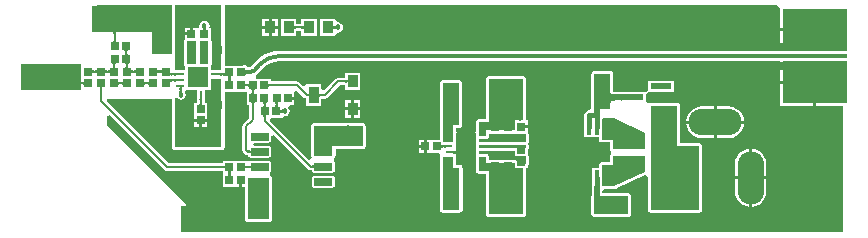
<source format=gbr>
%TF.GenerationSoftware,Altium Limited,Altium Designer,18.1.11 (251)*%
G04 Layer_Physical_Order=1*
G04 Layer_Color=255*
%FSLAX26Y26*%
%MOIN*%
%TF.FileFunction,Copper,L1,Top,Signal*%
%TF.Part,Single*%
G01*
G75*
%TA.AperFunction,Conductor*%
%ADD10C,0.013500*%
%TA.AperFunction,SMDPad,CuDef*%
%ADD11R,0.087008X0.092520*%
%ADD12R,0.053150X0.061024*%
%ADD13R,0.027559X0.025000*%
%TA.AperFunction,ConnectorPad*%
%ADD14R,0.200000X0.090000*%
%TA.AperFunction,SMDPad,CuDef*%
%ADD15R,0.200000X0.090000*%
%ADD16R,0.035433X0.055118*%
%ADD17R,0.035433X0.043307*%
%TA.AperFunction,ConnectorPad*%
%ADD18R,0.218000X0.142000*%
%ADD19R,0.040000X0.016000*%
%TA.AperFunction,SMDPad,CuDef*%
%ADD20R,0.061024X0.053150*%
%ADD21R,0.035748X0.042480*%
%ADD22R,0.025000X0.027559*%
%ADD23R,0.070866X0.021654*%
%TA.AperFunction,SMDPad,SMDef*%
%ADD24R,0.064961X0.094488*%
%TA.AperFunction,SMDPad,CuDef*%
%ADD25R,0.023622X0.009842*%
%ADD26R,0.017000X0.055000*%
%ADD27R,0.116000X0.069000*%
%ADD28R,0.022047X0.071260*%
%ADD29R,0.043307X0.043307*%
%ADD30R,0.043307X0.043307*%
%ADD31R,0.030000X0.010000*%
%ADD32R,0.010000X0.030000*%
%ADD33R,0.066142X0.066142*%
G04:AMPARAMS|DCode=34|XSize=61.024mil|YSize=23.622mil|CornerRadius=0.945mil|HoleSize=0mil|Usage=FLASHONLY|Rotation=0.000|XOffset=0mil|YOffset=0mil|HoleType=Round|Shape=RoundedRectangle|*
%AMROUNDEDRECTD34*
21,1,0.061024,0.021732,0,0,0.0*
21,1,0.059134,0.023622,0,0,0.0*
1,1,0.001890,0.029567,-0.010866*
1,1,0.001890,-0.029567,-0.010866*
1,1,0.001890,-0.029567,0.010866*
1,1,0.001890,0.029567,0.010866*
%
%ADD34ROUNDEDRECTD34*%
%TA.AperFunction,Conductor*%
%ADD35C,0.010000*%
%ADD36C,0.007874*%
%ADD37C,0.015748*%
%ADD38C,0.019685*%
%ADD39C,0.008000*%
%TA.AperFunction,NonConductor*%
%ADD40C,0.007874*%
%TA.AperFunction,Conductor*%
%ADD41R,0.047244X0.029182*%
%TA.AperFunction,ComponentPad*%
%ADD42O,0.177165X0.088583*%
%ADD43O,0.088583X0.177165*%
%ADD44O,0.098425X0.196850*%
%TA.AperFunction,ViaPad*%
%ADD45C,0.018000*%
G36*
X616218Y696329D02*
X618505D01*
X618068Y695853D01*
X617677Y695326D01*
X617332Y694749D01*
X617033Y694121D01*
X616780Y693443D01*
X616573Y692714D01*
X616569Y692698D01*
X616845Y691660D01*
X617205Y690766D01*
X617645Y690036D01*
X618165Y689467D01*
X618765Y689061D01*
X619445Y688818D01*
X620205Y688736D01*
X604205D01*
X604965Y688818D01*
X605645Y689061D01*
X606245Y689467D01*
X606765Y690036D01*
X607205Y690766D01*
X607565Y691660D01*
X607840Y692698D01*
X607837Y692714D01*
X607630Y693443D01*
X607377Y694121D01*
X607078Y694749D01*
X606733Y695326D01*
X606342Y695853D01*
X605905Y696329D01*
X608191D01*
X608205Y696856D01*
X616205D01*
X616218Y696329D01*
D02*
G37*
G36*
X320807Y682442D02*
X320138Y682206D01*
X319547Y681812D01*
X319035Y681261D01*
X318602Y680553D01*
X318248Y679687D01*
X317972Y678663D01*
X317776Y677482D01*
X317657Y676143D01*
X317618Y674647D01*
X309744D01*
X309705Y676143D01*
X309587Y677482D01*
X309390Y678663D01*
X309114Y679687D01*
X308760Y680553D01*
X308327Y681261D01*
X307815Y681812D01*
X307224Y682206D01*
X306555Y682442D01*
X305807Y682521D01*
X321555D01*
X320807Y682442D01*
D02*
G37*
G36*
X317657Y655865D02*
X317776Y654526D01*
X317972Y653345D01*
X318248Y652321D01*
X318602Y651455D01*
X319035Y650746D01*
X319547Y650195D01*
X320138Y649802D01*
X320807Y649565D01*
X321555Y649487D01*
X305807D01*
X306555Y649565D01*
X307224Y649802D01*
X307815Y650195D01*
X308327Y650746D01*
X308760Y651455D01*
X309114Y652321D01*
X309390Y653345D01*
X309587Y654526D01*
X309705Y655865D01*
X309744Y657361D01*
X317618D01*
X317657Y655865D01*
D02*
G37*
G36*
X2529905Y762108D02*
Y695112D01*
X2646906D01*
Y685112D01*
X2529905D01*
Y619440D01*
X861878D01*
Y619441D01*
X845204Y618129D01*
X828941Y614224D01*
X813489Y607824D01*
X799229Y599085D01*
X786511Y588223D01*
X786511Y588223D01*
X764760Y566472D01*
X764694Y566500D01*
X764693Y566500D01*
X763068Y566519D01*
X757159Y566900D01*
X754940Y567067D01*
X754778Y567587D01*
X753843Y568709D01*
X753033Y569922D01*
X752580Y570225D01*
X752231Y570643D01*
X750938Y571322D01*
X749725Y572132D01*
X749191Y572239D01*
X748708Y572492D01*
X747254Y572624D01*
X745823Y572909D01*
X745289Y572802D01*
X744746Y572851D01*
X743353Y572417D01*
X741921Y572132D01*
X741468Y571830D01*
X740948Y571668D01*
X739827Y570733D01*
X738614Y569922D01*
X738311Y569469D01*
X737892Y569120D01*
X737825Y568992D01*
X716071D01*
Y570992D01*
X679487D01*
X679487Y772108D01*
X689487Y772108D01*
X2521146Y772108D01*
X2529905Y762108D01*
D02*
G37*
G36*
X358799Y622208D02*
X358130Y621968D01*
X357539Y621568D01*
X357027Y621009D01*
X356594Y620289D01*
X356240Y619410D01*
X355964Y618371D01*
X355768Y617172D01*
X355650Y615813D01*
X355610Y614294D01*
X347736D01*
X347697Y615813D01*
X347579Y617172D01*
X347382Y618371D01*
X347106Y619410D01*
X346752Y620289D01*
X346319Y621009D01*
X345807Y621568D01*
X345216Y621968D01*
X344547Y622208D01*
X343799Y622288D01*
X359547D01*
X358799Y622208D01*
D02*
G37*
G36*
X503583Y772108D02*
X503584Y610236D01*
X438976D01*
X438976Y683071D01*
X253482Y683071D01*
Y772108D01*
X493583D01*
X503583Y772108D01*
D02*
G37*
G36*
X355650Y612535D02*
X355768Y611176D01*
X355964Y609977D01*
X356240Y608937D01*
X356594Y608058D01*
X357027Y607339D01*
X357539Y606779D01*
X358130Y606379D01*
X358799Y606139D01*
X359547Y606060D01*
X343799D01*
X344547Y606139D01*
X345216Y606379D01*
X345807Y606779D01*
X346319Y607339D01*
X346752Y608058D01*
X347106Y608937D01*
X347382Y609977D01*
X347579Y611176D01*
X347697Y612535D01*
X347736Y614054D01*
X355610D01*
X355650Y612535D01*
D02*
G37*
G36*
X625984Y574803D02*
X596457D01*
Y651575D01*
X625984D01*
Y574803D01*
D02*
G37*
G36*
X584646D02*
X555118D01*
Y651575D01*
X584646D01*
Y574803D01*
D02*
G37*
G36*
X361457Y578782D02*
X360787Y578546D01*
X360197Y578152D01*
X359685Y577601D01*
X359252Y576892D01*
X358898Y576026D01*
X358622Y575002D01*
X358425Y573821D01*
X358307Y572483D01*
X358268Y570987D01*
X350394D01*
X350354Y572483D01*
X350236Y573821D01*
X350039Y575002D01*
X349764Y576026D01*
X349409Y576892D01*
X348976Y577601D01*
X348465Y578152D01*
X347874Y578546D01*
X347205Y578782D01*
X346457Y578861D01*
X362205D01*
X361457Y578782D01*
D02*
G37*
G36*
X318150D02*
X317480Y578546D01*
X316890Y578152D01*
X316378Y577601D01*
X315945Y576892D01*
X315591Y576026D01*
X315315Y575002D01*
X315118Y573821D01*
X315000Y572483D01*
X314961Y570987D01*
X307087D01*
X307047Y572483D01*
X306929Y573821D01*
X306732Y575002D01*
X306457Y576026D01*
X306102Y576892D01*
X305669Y577601D01*
X305158Y578152D01*
X304567Y578546D01*
X303898Y578782D01*
X303150Y578861D01*
X318898D01*
X318150Y578782D01*
D02*
G37*
G36*
X358307Y569228D02*
X358425Y567869D01*
X358622Y566670D01*
X358898Y565630D01*
X359252Y564751D01*
X359685Y564032D01*
X360197Y563472D01*
X360787Y563072D01*
X361457Y562832D01*
X362205Y562753D01*
X346457D01*
X347205Y562832D01*
X347874Y563072D01*
X348465Y563472D01*
X348976Y564032D01*
X349409Y564751D01*
X349764Y565630D01*
X350039Y566670D01*
X350236Y567869D01*
X350354Y569228D01*
X350394Y570747D01*
X358268D01*
X358307Y569228D01*
D02*
G37*
G36*
X315000D02*
X315118Y567869D01*
X315315Y566670D01*
X315591Y565630D01*
X315945Y564751D01*
X316378Y564032D01*
X316890Y563472D01*
X317480Y563072D01*
X318150Y562832D01*
X318898Y562753D01*
X303150D01*
X303898Y562832D01*
X304567Y563072D01*
X305158Y563472D01*
X305669Y564032D01*
X306102Y564751D01*
X306457Y565630D01*
X306732Y566670D01*
X306929Y567869D01*
X307047Y569228D01*
X307087Y570747D01*
X314961D01*
X315000Y569228D01*
D02*
G37*
G36*
X669291Y556102D02*
X633858D01*
Y568588D01*
X635404Y570901D01*
X636180Y574803D01*
Y651575D01*
X635404Y655477D01*
X633984Y657602D01*
Y696976D01*
X632329D01*
X629157Y700842D01*
X629538Y702756D01*
X628218Y709389D01*
X624461Y715012D01*
X618838Y718770D01*
X612205Y720089D01*
X605572Y718770D01*
X599948Y715012D01*
X596191Y709389D01*
X594872Y702756D01*
X595253Y700842D01*
X592081Y696976D01*
X573898D01*
Y676476D01*
X568898D01*
Y671476D01*
X547118D01*
Y657602D01*
X545698Y655477D01*
X544922Y651575D01*
Y574803D01*
X545698Y570901D01*
X547244Y568588D01*
Y556102D01*
X513779D01*
X513779Y772108D01*
X669291D01*
X669291Y556102D01*
D02*
G37*
G36*
X470592Y542619D02*
X470514Y543367D01*
X470277Y544036D01*
X469884Y544626D01*
X469333Y545138D01*
X468624Y545571D01*
X467758Y545926D01*
X466734Y546201D01*
X465553Y546398D01*
X464214Y546516D01*
X462718Y546556D01*
Y554430D01*
X464214Y554469D01*
X465553Y554587D01*
X466734Y554784D01*
X467758Y555059D01*
X468624Y555414D01*
X469333Y555847D01*
X469884Y556359D01*
X470277Y556949D01*
X470514Y557619D01*
X470592Y558367D01*
Y542619D01*
D02*
G37*
G36*
X454683Y557619D02*
X454919Y556949D01*
X455313Y556359D01*
X455864Y555847D01*
X456573Y555414D01*
X457439Y555059D01*
X458463Y554784D01*
X459644Y554587D01*
X460982Y554469D01*
X462478Y554430D01*
Y546556D01*
X460982Y546516D01*
X459644Y546398D01*
X458463Y546201D01*
X457439Y545926D01*
X456573Y545571D01*
X455864Y545138D01*
X455313Y544626D01*
X454919Y544036D01*
X454683Y543367D01*
X454604Y542619D01*
Y558367D01*
X454683Y557619D01*
D02*
G37*
G36*
X383978Y542619D02*
X383900Y543367D01*
X383663Y544036D01*
X383270Y544626D01*
X382719Y545138D01*
X382010Y545571D01*
X381144Y545926D01*
X380120Y546201D01*
X378939Y546398D01*
X377600Y546516D01*
X376104Y546556D01*
Y554430D01*
X377600Y554469D01*
X378939Y554587D01*
X380120Y554784D01*
X381144Y555059D01*
X382010Y555414D01*
X382719Y555847D01*
X383270Y556359D01*
X383663Y556949D01*
X383900Y557619D01*
X383978Y558367D01*
Y542619D01*
D02*
G37*
G36*
X368069Y557619D02*
X368305Y556949D01*
X368699Y556359D01*
X369250Y555847D01*
X369959Y555414D01*
X370825Y555059D01*
X371849Y554784D01*
X373030Y554587D01*
X374368Y554469D01*
X375864Y554430D01*
Y546556D01*
X374368Y546516D01*
X373030Y546398D01*
X371849Y546201D01*
X370825Y545926D01*
X369959Y545571D01*
X369250Y545138D01*
X368699Y544626D01*
X368305Y544036D01*
X368069Y543367D01*
X367990Y542619D01*
Y558367D01*
X368069Y557619D01*
D02*
G37*
G36*
X297364Y542619D02*
X297285Y543367D01*
X297049Y544036D01*
X296655Y544626D01*
X296104Y545138D01*
X295396Y545571D01*
X294529Y545926D01*
X293506Y546201D01*
X292325Y546398D01*
X290986Y546516D01*
X289490Y546556D01*
Y554430D01*
X290986Y554469D01*
X292325Y554587D01*
X293506Y554784D01*
X294529Y555059D01*
X295396Y555414D01*
X296104Y555847D01*
X296655Y556359D01*
X297049Y556949D01*
X297285Y557619D01*
X297364Y558367D01*
Y542619D01*
D02*
G37*
G36*
X281336Y557619D02*
X281576Y556949D01*
X281976Y556359D01*
X282535Y555847D01*
X283255Y555414D01*
X284134Y555059D01*
X285173Y554784D01*
X286372Y554587D01*
X287731Y554469D01*
X289250Y554430D01*
Y546556D01*
X287731Y546516D01*
X286372Y546398D01*
X285173Y546201D01*
X284134Y545926D01*
X283255Y545571D01*
X282535Y545138D01*
X281976Y544626D01*
X281576Y544036D01*
X281336Y543367D01*
X281256Y542619D01*
Y558367D01*
X281336Y557619D01*
D02*
G37*
G36*
X254057Y542619D02*
X253978Y543366D01*
X253742Y544036D01*
X253348Y544626D01*
X252797Y545138D01*
X252089Y545571D01*
X251222Y545926D01*
X250199Y546201D01*
X249018Y546398D01*
X247679Y546516D01*
X246183Y546556D01*
Y554429D01*
X247679Y554469D01*
X249018Y554587D01*
X250199Y554784D01*
X251222Y555059D01*
X252089Y555414D01*
X252797Y555847D01*
X253348Y556359D01*
X253742Y556949D01*
X253978Y557619D01*
X254057Y558366D01*
Y542619D01*
D02*
G37*
G36*
X238148Y557619D02*
X238384Y556949D01*
X238778Y556359D01*
X239329Y555847D01*
X240037Y555414D01*
X240904Y555059D01*
X241927Y554784D01*
X243108Y554587D01*
X244447Y554469D01*
X245943Y554429D01*
Y546556D01*
X244447Y546516D01*
X243108Y546398D01*
X241927Y546201D01*
X240904Y545926D01*
X240037Y545571D01*
X239329Y545138D01*
X238778Y544626D01*
X238384Y544036D01*
X238148Y543366D01*
X238069Y542619D01*
Y558366D01*
X238148Y557619D01*
D02*
G37*
G36*
X497879Y548460D02*
X498125Y547790D01*
X498529Y547200D01*
X499091Y546688D01*
X499811Y546255D01*
X500690Y545900D01*
X501726Y545625D01*
X502921Y545428D01*
X504274Y545310D01*
X505785Y545271D01*
Y537397D01*
X497911Y538113D01*
X497791Y549208D01*
X497879Y548460D01*
D02*
G37*
G36*
X663510Y546034D02*
X663746Y545874D01*
X664140Y545733D01*
X664691Y545610D01*
X665400Y545506D01*
X667289Y545356D01*
X671305Y545271D01*
Y537397D01*
X669809Y537387D01*
X664691Y537057D01*
X664140Y536934D01*
X663746Y536793D01*
X663510Y536633D01*
X663431Y536454D01*
Y546214D01*
X663510Y546034D01*
D02*
G37*
G36*
X517671Y536454D02*
X517592Y536633D01*
X517356Y536793D01*
X516962Y536934D01*
X516411Y537057D01*
X515703Y537161D01*
X513813Y537312D01*
X509797Y537397D01*
Y545271D01*
X511293Y545280D01*
X516411Y545610D01*
X516962Y545733D01*
X517356Y545874D01*
X517592Y546034D01*
X517671Y546214D01*
Y536454D01*
D02*
G37*
G36*
X745959Y561430D02*
X746368Y560283D01*
X747049Y559270D01*
X748002Y558393D01*
X749228Y557650D01*
X750726Y557043D01*
X752497Y556570D01*
X754540Y556233D01*
X756855Y556030D01*
X759443Y555963D01*
Y542463D01*
X756855Y542395D01*
X754540Y542193D01*
X752497Y541855D01*
X750726Y541383D01*
X749228Y540775D01*
X748002Y540033D01*
X747049Y539155D01*
X746368Y538143D01*
X745959Y536995D01*
X745823Y535713D01*
Y562713D01*
X745959Y561430D01*
D02*
G37*
G36*
X683191Y535553D02*
X683112Y535903D01*
X682876Y536217D01*
X682482Y536493D01*
X681931Y536733D01*
X681222Y536936D01*
X680356Y537102D01*
X679333Y537231D01*
X676813Y537378D01*
X675317Y537397D01*
Y545271D01*
X676830Y545310D01*
X678184Y545428D01*
X679379Y545625D01*
X680417Y545900D01*
X681295Y546255D01*
X682015Y546688D01*
X682577Y547200D01*
X682980Y547790D01*
X683225Y548460D01*
X683311Y549208D01*
X683191Y535553D01*
D02*
G37*
G36*
X703012Y535474D02*
X702342Y535238D01*
X701752Y534844D01*
X701240Y534293D01*
X700807Y533585D01*
X700453Y532718D01*
X700177Y531695D01*
X699980Y530514D01*
X699862Y529175D01*
X699823Y527679D01*
X691949D01*
X691909Y529175D01*
X691791Y530514D01*
X691594Y531695D01*
X691319Y532718D01*
X690965Y533585D01*
X690531Y534293D01*
X690020Y534844D01*
X689429Y535238D01*
X688760Y535474D01*
X688012Y535553D01*
X703760D01*
X703012Y535474D01*
D02*
G37*
G36*
X699862Y525943D02*
X699980Y524604D01*
X700177Y523423D01*
X700453Y522400D01*
X700807Y521534D01*
X701240Y520825D01*
X701752Y520274D01*
X702342Y519880D01*
X703012Y519644D01*
X703760Y519565D01*
X688012D01*
X688760Y519644D01*
X689429Y519880D01*
X690020Y520274D01*
X690531Y520825D01*
X690965Y521534D01*
X691319Y522400D01*
X691594Y523423D01*
X691791Y524604D01*
X691909Y525943D01*
X691949Y527439D01*
X699823D01*
X699862Y525943D01*
D02*
G37*
G36*
X517671Y516764D02*
X517592Y516943D01*
X517356Y517103D01*
X516962Y517245D01*
X516411Y517367D01*
X515703Y517471D01*
X513813Y517622D01*
X509797Y517707D01*
Y525581D01*
X511293Y525590D01*
X516411Y525920D01*
X516962Y526043D01*
X517356Y526184D01*
X517592Y526344D01*
X517671Y526524D01*
Y516764D01*
D02*
G37*
G36*
X210870Y504626D02*
X210790Y505374D01*
X210550Y506044D01*
X210150Y506634D01*
X209591Y507146D01*
X208871Y507579D01*
X207992Y507933D01*
X206953Y508209D01*
X205754Y508406D01*
X205315Y508444D01*
X204876Y508406D01*
X203677Y508209D01*
X202638Y507933D01*
X201758Y507579D01*
X201039Y507146D01*
X200480Y506634D01*
X200080Y506044D01*
X199840Y505374D01*
X199760Y504626D01*
Y520374D01*
X199840Y519626D01*
X200080Y518957D01*
X200480Y518366D01*
X201039Y517855D01*
X201758Y517422D01*
X202638Y517067D01*
X203677Y516792D01*
X204876Y516595D01*
X205315Y516557D01*
X205754Y516595D01*
X206953Y516792D01*
X207992Y517067D01*
X208871Y517422D01*
X209591Y517855D01*
X210150Y518366D01*
X210550Y518957D01*
X210790Y519626D01*
X210870Y520374D01*
Y504626D01*
D02*
G37*
G36*
X505785Y517707D02*
X504274Y517667D01*
X502921Y517549D01*
X501726Y517352D01*
X500690Y517077D01*
X499811Y516722D01*
X499091Y516289D01*
X498529Y515778D01*
X498125Y515187D01*
X497879Y514518D01*
X497791Y513770D01*
X497911Y524880D01*
X497990Y525013D01*
X498226Y525133D01*
X498620Y525237D01*
X499171Y525328D01*
X499880Y525405D01*
X502951Y525553D01*
X505785Y525581D01*
Y517707D01*
D02*
G37*
G36*
X1088823Y509843D02*
X1088743Y510591D01*
X1088503Y511260D01*
X1088103Y511851D01*
X1087544Y512362D01*
X1086824Y512795D01*
X1085945Y513150D01*
X1084906Y513425D01*
X1083707Y513622D01*
X1082348Y513740D01*
X1080829Y513780D01*
Y521654D01*
X1082348Y521693D01*
X1083707Y521811D01*
X1084906Y522008D01*
X1085945Y522284D01*
X1086824Y522638D01*
X1087544Y523071D01*
X1088103Y523583D01*
X1088503Y524173D01*
X1088743Y524843D01*
X1088823Y525591D01*
Y509843D01*
D02*
G37*
G36*
X427405Y504626D02*
X427325Y505374D01*
X427086Y506044D01*
X426686Y506634D01*
X426126Y507146D01*
X425407Y507579D01*
X424528Y507933D01*
X423488Y508209D01*
X422289Y508406D01*
X420930Y508524D01*
X419411Y508563D01*
Y516437D01*
X420930Y516477D01*
X422289Y516595D01*
X423488Y516792D01*
X424528Y517067D01*
X425407Y517422D01*
X426126Y517855D01*
X426686Y518366D01*
X427086Y518957D01*
X427325Y519626D01*
X427405Y520374D01*
Y504626D01*
D02*
G37*
G36*
X411257Y519626D02*
X411497Y518957D01*
X411897Y518366D01*
X412456Y517855D01*
X413176Y517422D01*
X414055Y517067D01*
X415094Y516792D01*
X416293Y516595D01*
X417652Y516477D01*
X419171Y516437D01*
Y508563D01*
X417652Y508524D01*
X416293Y508406D01*
X415094Y508209D01*
X414055Y507933D01*
X413176Y507579D01*
X412456Y507146D01*
X411897Y506634D01*
X411497Y506044D01*
X411257Y505374D01*
X411177Y504626D01*
Y520374D01*
X411257Y519626D01*
D02*
G37*
G36*
X340791Y504626D02*
X340711Y505374D01*
X340471Y506044D01*
X340072Y506634D01*
X339512Y507146D01*
X338793Y507579D01*
X337913Y507933D01*
X336874Y508209D01*
X335675Y508406D01*
X334316Y508524D01*
X332797Y508563D01*
Y516437D01*
X334316Y516477D01*
X335675Y516595D01*
X336874Y516792D01*
X337913Y517067D01*
X338793Y517422D01*
X339512Y517855D01*
X340072Y518366D01*
X340471Y518957D01*
X340711Y519626D01*
X340791Y520374D01*
Y504626D01*
D02*
G37*
G36*
X324643Y519626D02*
X324883Y518957D01*
X325283Y518366D01*
X325842Y517855D01*
X326562Y517422D01*
X327441Y517067D01*
X328480Y516792D01*
X329679Y516595D01*
X331038Y516477D01*
X332557Y516437D01*
Y508563D01*
X331038Y508524D01*
X329679Y508406D01*
X328480Y508209D01*
X327441Y507933D01*
X326562Y507579D01*
X325842Y507146D01*
X325283Y506634D01*
X324883Y506044D01*
X324643Y505374D01*
X324563Y504626D01*
Y520374D01*
X324643Y519626D01*
D02*
G37*
G36*
X824643Y513032D02*
X824883Y512362D01*
X825283Y511772D01*
X825842Y511260D01*
X826562Y510827D01*
X827441Y510473D01*
X828480Y510197D01*
X829679Y510000D01*
X831038Y509882D01*
X832557Y509843D01*
Y501969D01*
X831038Y501929D01*
X829679Y501811D01*
X828480Y501614D01*
X827441Y501339D01*
X826562Y500985D01*
X825842Y500551D01*
X825283Y500040D01*
X824883Y499449D01*
X824643Y498780D01*
X824563Y498032D01*
Y513780D01*
X824643Y513032D01*
D02*
G37*
G36*
X762051Y498031D02*
X761971Y498779D01*
X761731Y499449D01*
X761332Y500039D01*
X760772Y500551D01*
X760053Y500984D01*
X759173Y501339D01*
X758134Y501614D01*
X756935Y501811D01*
X755576Y501929D01*
X754057Y501969D01*
Y509842D01*
X755576Y509882D01*
X756935Y510000D01*
X758134Y510197D01*
X759173Y510472D01*
X760053Y510827D01*
X760772Y511260D01*
X761332Y511772D01*
X761731Y512362D01*
X761971Y513032D01*
X762051Y513779D01*
Y498031D01*
D02*
G37*
G36*
X745903Y513032D02*
X746143Y512362D01*
X746543Y511772D01*
X747102Y511260D01*
X747822Y510827D01*
X748701Y510472D01*
X749740Y510197D01*
X750939Y510000D01*
X752298Y509882D01*
X753817Y509842D01*
Y501969D01*
X752298Y501929D01*
X750939Y501811D01*
X749740Y501614D01*
X748701Y501339D01*
X747822Y500984D01*
X747102Y500551D01*
X746543Y500039D01*
X746143Y499449D01*
X745903Y498779D01*
X745823Y498031D01*
Y513779D01*
X745903Y513032D01*
D02*
G37*
G36*
X274842Y500161D02*
X274173Y499921D01*
X273583Y499521D01*
X273071Y498961D01*
X272638Y498242D01*
X272283Y497363D01*
X272008Y496323D01*
X271811Y495124D01*
X271693Y493765D01*
X271654Y492246D01*
X263779D01*
X263740Y493765D01*
X263622Y495124D01*
X263425Y496323D01*
X263150Y497363D01*
X262795Y498242D01*
X262362Y498961D01*
X261850Y499521D01*
X261260Y499921D01*
X260591Y500161D01*
X259842Y500240D01*
X275591D01*
X274842Y500161D01*
D02*
G37*
G36*
X540035Y497112D02*
X539355Y496869D01*
X538755Y496463D01*
X538235Y495894D01*
X537795Y495164D01*
X537435Y494270D01*
X537155Y493215D01*
X536955Y491997D01*
X536835Y490616D01*
X536795Y489074D01*
X528795D01*
X528755Y490616D01*
X528635Y491997D01*
X528435Y493215D01*
X528155Y494270D01*
X527795Y495164D01*
X527355Y495894D01*
X526835Y496463D01*
X526235Y496869D01*
X525555Y497112D01*
X524795Y497194D01*
X540795D01*
X540035Y497112D01*
D02*
G37*
G36*
X861878Y585284D02*
X2529905D01*
Y519568D01*
X2646906D01*
Y514568D01*
X2651906D01*
Y435568D01*
X2740612D01*
Y15293D01*
X549742D01*
Y106299D01*
X548578Y112152D01*
X545263Y117114D01*
X289370Y373006D01*
Y401808D01*
X298609Y405635D01*
X480567Y223678D01*
X484515Y221039D01*
X489173Y220113D01*
X675071D01*
Y167197D01*
X728563D01*
Y188976D01*
X738563D01*
Y167197D01*
X747678D01*
Y59055D01*
X748454Y55153D01*
X750664Y51846D01*
X753972Y49635D01*
X757874Y48859D01*
X826772D01*
X830673Y49635D01*
X833981Y51846D01*
X836192Y55153D01*
X836968Y59055D01*
Y195866D01*
X836192Y199768D01*
X833981Y203076D01*
X831365Y204824D01*
X830470Y209081D01*
X830684Y215480D01*
X832276Y216543D01*
X834253Y219502D01*
X834947Y222992D01*
Y244725D01*
X834253Y248215D01*
X832276Y251173D01*
X829317Y253150D01*
X825827Y253845D01*
X766693D01*
X764063Y253321D01*
X754063Y254063D01*
X754063Y254063D01*
X675071D01*
Y244454D01*
X494214D01*
X289370Y449299D01*
Y460630D01*
X503584Y460630D01*
Y299213D01*
X504360Y295311D01*
X506570Y292003D01*
X509878Y289793D01*
X513779Y289017D01*
X669291D01*
X673193Y289793D01*
X676501Y292003D01*
X678711Y295311D01*
X679487Y299213D01*
Y484126D01*
X753811D01*
Y440819D01*
X762140D01*
Y397348D01*
X742058Y377266D01*
X739420Y373318D01*
X738494Y368660D01*
Y290089D01*
X739420Y285431D01*
X742058Y281482D01*
X748288Y275252D01*
X752237Y272614D01*
X756894Y271688D01*
X757832D01*
X758267Y269502D01*
X760244Y266543D01*
X763203Y264566D01*
X766693Y263872D01*
X825827D01*
X829317Y264566D01*
X832276Y266543D01*
X834253Y269502D01*
X834947Y272992D01*
Y294724D01*
X834253Y298215D01*
X832276Y301173D01*
X829317Y303150D01*
X825827Y303845D01*
X778324D01*
X775481Y308858D01*
X778324Y313872D01*
X825827D01*
X829317Y314566D01*
X832276Y316543D01*
X834253Y319502D01*
X834947Y322992D01*
Y334396D01*
X844947Y338538D01*
X958278Y225207D01*
X962247Y222555D01*
X966929Y221623D01*
X970444D01*
X970865Y219502D01*
X972842Y216543D01*
X975801Y214566D01*
X979291Y213872D01*
X1038425D01*
X1041915Y214566D01*
X1044874Y216543D01*
X1046851Y219502D01*
X1047545Y222992D01*
Y244725D01*
X1046851Y248215D01*
X1044874Y251173D01*
X1043510Y252085D01*
X1043338Y259400D01*
X1044111Y262795D01*
X1046580Y264444D01*
X1048790Y267752D01*
X1049566Y271654D01*
Y291970D01*
X1139764D01*
X1143666Y292746D01*
X1146973Y294956D01*
X1149184Y298264D01*
X1149960Y302166D01*
Y370079D01*
X1149184Y373981D01*
X1146973Y377288D01*
X1143666Y379498D01*
X1139764Y380275D01*
X978346Y380275D01*
X974445Y379499D01*
X971137Y377288D01*
X968927Y373981D01*
X968151Y370079D01*
Y271654D01*
X968927Y267752D01*
X969503Y266889D01*
X967691Y258008D01*
X961134Y256957D01*
X830579Y387512D01*
X834721Y397512D01*
X872173D01*
Y397512D01*
X880300Y402034D01*
X886554Y403278D01*
X892178Y407035D01*
X895935Y412658D01*
X897254Y419291D01*
X895935Y425925D01*
X892664Y430819D01*
X893508Y434537D01*
X896302Y440819D01*
X911543D01*
Y457599D01*
X891043D01*
Y467599D01*
X911543D01*
Y483787D01*
X919032Y490440D01*
X945638Y463835D01*
X949586Y461197D01*
X950662Y460983D01*
Y436882D01*
X1002095D01*
Y460270D01*
X1013378D01*
X1018036Y461197D01*
X1021984Y463835D01*
X1063695Y505546D01*
X1080583D01*
Y488063D01*
X1132016D01*
Y547370D01*
X1080583D01*
Y529888D01*
X1058654D01*
X1053996Y528961D01*
X1050047Y526323D01*
X1012095Y488370D01*
X1002095Y492512D01*
Y508000D01*
X950662D01*
Y506301D01*
X941423Y502474D01*
X929385Y514512D01*
X925437Y517150D01*
X920779Y518077D01*
X832803D01*
Y527685D01*
X785658D01*
X783234Y533094D01*
X782889Y537685D01*
X788135Y541710D01*
X788642Y542049D01*
X810663Y564070D01*
X811002Y564577D01*
X821540Y573226D01*
X834093Y579935D01*
X847713Y584067D01*
X861280Y585403D01*
X861878Y585284D01*
D02*
G37*
G36*
X781437Y492168D02*
X780768Y491931D01*
X780177Y491538D01*
X779665Y490986D01*
X779232Y490278D01*
X778878Y489412D01*
X778602Y488388D01*
X778405Y487207D01*
X778287Y485868D01*
X778248Y484372D01*
X770374D01*
X770335Y485868D01*
X770216Y487207D01*
X770020Y488388D01*
X769744Y489412D01*
X769390Y490278D01*
X768957Y490986D01*
X768445Y491538D01*
X767854Y491931D01*
X767185Y492168D01*
X766437Y492246D01*
X782185D01*
X781437Y492168D01*
D02*
G37*
G36*
X536818Y486272D02*
X536887Y485391D01*
X537002Y484562D01*
X537163Y483782D01*
X537370Y483053D01*
X537623Y482375D01*
X537922Y481748D01*
X538267Y481170D01*
X538658Y480644D01*
X539095Y480168D01*
X526495D01*
X526932Y480644D01*
X527323Y481170D01*
X527668Y481748D01*
X527967Y482375D01*
X528220Y483053D01*
X528427Y483782D01*
X528588Y484562D01*
X528703Y485391D01*
X528772Y486272D01*
X528795Y487202D01*
X536795D01*
X536818Y486272D01*
D02*
G37*
G36*
X778287Y482613D02*
X778405Y481254D01*
X778602Y480055D01*
X778878Y479016D01*
X779232Y478137D01*
X779665Y477417D01*
X780177Y476858D01*
X780768Y476458D01*
X781437Y476218D01*
X782185Y476138D01*
X766437D01*
X767185Y476218D01*
X767854Y476458D01*
X768445Y476858D01*
X768957Y477417D01*
X769390Y478137D01*
X769744Y479016D01*
X770020Y480055D01*
X770216Y481254D01*
X770335Y482613D01*
X770374Y484132D01*
X778248D01*
X778287Y482613D01*
D02*
G37*
G36*
X958902Y467903D02*
X958855Y468017D01*
X958715Y468120D01*
X958482Y468210D01*
X958156Y468288D01*
X957737Y468354D01*
X956619Y468450D01*
X955129Y468498D01*
X954244Y468504D01*
Y476378D01*
X955129Y476384D01*
X958156Y476594D01*
X958482Y476672D01*
X958715Y476762D01*
X958855Y476865D01*
X958902Y476979D01*
Y467903D01*
D02*
G37*
G36*
X994053Y479567D02*
X994289Y478898D01*
X994683Y478307D01*
X995234Y477795D01*
X995943Y477362D01*
X996809Y477008D01*
X997833Y476732D01*
X999014Y476536D01*
X1000352Y476417D01*
X1001848Y476378D01*
Y468504D01*
X1000352Y468465D01*
X999014Y468346D01*
X997833Y468150D01*
X996809Y467874D01*
X995943Y467520D01*
X995234Y467087D01*
X994683Y466575D01*
X994289Y465984D01*
X994053Y465315D01*
X993975Y464567D01*
Y480315D01*
X994053Y479567D01*
D02*
G37*
G36*
X605097Y458530D02*
X604937Y458294D01*
X604795Y457900D01*
X604673Y457349D01*
X604569Y456640D01*
X604418Y454750D01*
X604333Y450735D01*
X596459D01*
X596450Y452231D01*
X596120Y457349D01*
X595997Y457900D01*
X595856Y458294D01*
X595695Y458530D01*
X595516Y458609D01*
X605276D01*
X605097Y458530D01*
D02*
G37*
G36*
X860177Y448860D02*
X859508Y448624D01*
X858917Y448230D01*
X858405Y447679D01*
X857972Y446971D01*
X857618Y446104D01*
X857342Y445081D01*
X857146Y443900D01*
X857028Y442561D01*
X856988Y441065D01*
X849114D01*
X849075Y442561D01*
X848957Y443900D01*
X848760Y445081D01*
X848484Y446104D01*
X848130Y446971D01*
X847697Y447679D01*
X847185Y448230D01*
X846595Y448624D01*
X845925Y448860D01*
X845177Y448939D01*
X860925D01*
X860177Y448860D01*
D02*
G37*
G36*
X781437D02*
X780768Y448624D01*
X780177Y448230D01*
X779665Y447679D01*
X779232Y446971D01*
X778878Y446104D01*
X778602Y445081D01*
X778405Y443900D01*
X778287Y442561D01*
X778248Y441065D01*
X770374D01*
X770335Y442561D01*
X770216Y443900D01*
X770020Y445081D01*
X769744Y446104D01*
X769390Y446971D01*
X768957Y447679D01*
X768445Y448230D01*
X767854Y448624D01*
X767185Y448860D01*
X766437Y448939D01*
X782185D01*
X781437Y448860D01*
D02*
G37*
G36*
X604373Y444916D02*
X604491Y443557D01*
X604688Y442358D01*
X604963Y441319D01*
X605317Y440440D01*
X605750Y439720D01*
X606262Y439161D01*
X606853Y438761D01*
X607522Y438521D01*
X608270Y438441D01*
X592522D01*
X593270Y438521D01*
X593939Y438761D01*
X594530Y439161D01*
X595042Y439720D01*
X595475Y440440D01*
X595829Y441319D01*
X596105Y442358D01*
X596302Y443557D01*
X596420Y444916D01*
X596459Y446435D01*
X604333D01*
X604373Y444916D01*
D02*
G37*
G36*
X857028Y439329D02*
X857146Y437990D01*
X857342Y436809D01*
X857618Y435786D01*
X857972Y434920D01*
X858405Y434211D01*
X858917Y433660D01*
X859508Y433266D01*
X860177Y433030D01*
X860925Y432951D01*
X845177D01*
X845925Y433030D01*
X846595Y433266D01*
X847185Y433660D01*
X847697Y434211D01*
X848130Y434920D01*
X848484Y435786D01*
X848760Y436809D01*
X848957Y437990D01*
X849075Y439329D01*
X849114Y440825D01*
X856988D01*
X857028Y439329D01*
D02*
G37*
G36*
X820921Y448859D02*
X820241Y448619D01*
X819641Y448219D01*
X819121Y447659D01*
X818681Y446939D01*
X818321Y446059D01*
X818041Y445019D01*
X817841Y443819D01*
X817721Y442459D01*
X817681Y440945D01*
X817721Y439431D01*
X817841Y438071D01*
X818041Y436871D01*
X818321Y435831D01*
X818681Y434951D01*
X819121Y434231D01*
X819641Y433671D01*
X820241Y433271D01*
X820921Y433031D01*
X821681Y432951D01*
X805681D01*
X806441Y433031D01*
X807121Y433271D01*
X807721Y433671D01*
X808241Y434231D01*
X808681Y434951D01*
X809041Y435831D01*
X809321Y436871D01*
X809521Y438071D01*
X809641Y439431D01*
X809681Y440945D01*
X809641Y442459D01*
X809521Y443819D01*
X809321Y445019D01*
X809041Y446059D01*
X808681Y446939D01*
X808241Y447659D01*
X807721Y448219D01*
X807121Y448619D01*
X806441Y448859D01*
X805681Y448939D01*
X821681D01*
X820921Y448859D01*
D02*
G37*
G36*
X864013Y426418D02*
X864253Y425748D01*
X864653Y425158D01*
X865212Y424646D01*
X865932Y424213D01*
X866811Y423858D01*
X867850Y423583D01*
X868874Y423415D01*
X869059Y423441D01*
X869838Y423607D01*
X870569Y423819D01*
X871252Y424079D01*
X871885Y424386D01*
X872470Y424741D01*
X873006Y425142D01*
X873494Y425591D01*
Y412991D01*
X873006Y413440D01*
X872470Y413842D01*
X871885Y414197D01*
X871252Y414504D01*
X870569Y414764D01*
X869838Y414976D01*
X869059Y415142D01*
X868874Y415168D01*
X867850Y415000D01*
X866811Y414725D01*
X865932Y414370D01*
X865212Y413937D01*
X864653Y413425D01*
X864253Y412835D01*
X864013Y412166D01*
X863933Y411418D01*
Y427166D01*
X864013Y426418D01*
D02*
G37*
G36*
X820921Y405671D02*
X820241Y405427D01*
X819641Y405021D01*
X819121Y404453D01*
X818681Y403722D01*
X818321Y402829D01*
X818041Y401773D01*
X817841Y400555D01*
X817721Y399175D01*
X817681Y397632D01*
X809681D01*
X809641Y399175D01*
X809521Y400555D01*
X809321Y401773D01*
X809041Y402829D01*
X808681Y403722D01*
X808241Y404453D01*
X807721Y405021D01*
X807121Y405427D01*
X806441Y405671D01*
X805681Y405752D01*
X821681D01*
X820921Y405671D01*
D02*
G37*
G36*
X669291Y299213D02*
X513779D01*
Y462600D01*
X518779Y464117D01*
X520539Y461484D01*
X526162Y457727D01*
X532795Y456407D01*
X539428Y457727D01*
X545052Y461484D01*
X548809Y467107D01*
X550128Y473740D01*
X548809Y480373D01*
X546806Y483370D01*
X549600Y488189D01*
X587396D01*
Y450489D01*
X584517Y446681D01*
X578614D01*
Y405681D01*
Y393189D01*
X600394D01*
X622173D01*
Y405681D01*
Y446681D01*
X616275D01*
X613396Y450489D01*
Y488189D01*
X633858D01*
Y526575D01*
X669291D01*
Y299213D01*
D02*
G37*
G36*
X765920Y275984D02*
X765840Y276732D01*
X765600Y277402D01*
X765201Y277992D01*
X764641Y278504D01*
X763922Y278937D01*
X763042Y279291D01*
X762003Y279567D01*
X760804Y279764D01*
X759445Y279882D01*
X757926Y279921D01*
Y287795D01*
X759445Y287835D01*
X760804Y287953D01*
X762003Y288150D01*
X763042Y288425D01*
X763922Y288780D01*
X764641Y289213D01*
X765201Y289724D01*
X765600Y290315D01*
X765840Y290984D01*
X765920Y291732D01*
Y275984D01*
D02*
G37*
G36*
X1139764Y370079D02*
Y302166D01*
X1039370D01*
Y271654D01*
X978346D01*
Y370079D01*
X1139764Y370079D01*
D02*
G37*
G36*
X978519Y225858D02*
X978437Y226618D01*
X978194Y227298D01*
X977788Y227898D01*
X977219Y228418D01*
X976489Y228858D01*
X975595Y229218D01*
X974540Y229498D01*
X973322Y229698D01*
X971941Y229818D01*
X970399Y229858D01*
Y237858D01*
X971941Y237898D01*
X973322Y238018D01*
X974540Y238218D01*
X975595Y238498D01*
X976489Y238858D01*
X977219Y239298D01*
X977788Y239818D01*
X978194Y240418D01*
X978437Y241098D01*
X978519Y241858D01*
Y225858D01*
D02*
G37*
G36*
X765920Y224410D02*
X765840Y225158D01*
X765600Y225827D01*
X765201Y226417D01*
X764641Y226929D01*
X763922Y227362D01*
X763042Y227717D01*
X762003Y227992D01*
X760804Y228189D01*
X759445Y228307D01*
X757926Y228347D01*
Y236221D01*
X759445Y236260D01*
X760804Y236378D01*
X762003Y236575D01*
X763042Y236851D01*
X763922Y237205D01*
X764641Y237638D01*
X765201Y238150D01*
X765600Y238740D01*
X765840Y239410D01*
X765920Y240158D01*
Y224410D01*
D02*
G37*
G36*
X745903Y239410D02*
X746143Y238740D01*
X746543Y238150D01*
X747102Y237638D01*
X747822Y237205D01*
X748701Y236851D01*
X749740Y236575D01*
X750939Y236378D01*
X752298Y236260D01*
X753817Y236221D01*
Y228347D01*
X752298Y228307D01*
X750939Y228189D01*
X749740Y227992D01*
X748701Y227717D01*
X747822Y227362D01*
X747102Y226929D01*
X746543Y226417D01*
X746143Y225827D01*
X745903Y225158D01*
X745823Y224410D01*
Y240158D01*
X745903Y239410D01*
D02*
G37*
G36*
X683311Y224410D02*
X683231Y225158D01*
X682991Y225827D01*
X682591Y226417D01*
X682032Y226929D01*
X681312Y227362D01*
X680433Y227717D01*
X679394Y227992D01*
X678195Y228189D01*
X676836Y228307D01*
X675317Y228347D01*
Y236221D01*
X676836Y236260D01*
X678195Y236378D01*
X679394Y236575D01*
X680433Y236851D01*
X681312Y237205D01*
X682032Y237638D01*
X682591Y238150D01*
X682991Y238740D01*
X683231Y239410D01*
X683311Y240158D01*
Y224410D01*
D02*
G37*
G36*
X702697Y218545D02*
X702028Y218309D01*
X701437Y217915D01*
X700925Y217364D01*
X700492Y216656D01*
X700138Y215790D01*
X699862Y214766D01*
X699665Y213585D01*
X699547Y212246D01*
X699508Y210750D01*
X691634D01*
X691595Y212246D01*
X691476Y213585D01*
X691280Y214766D01*
X691004Y215790D01*
X690650Y216656D01*
X690217Y217364D01*
X689705Y217915D01*
X689114Y218309D01*
X688445Y218545D01*
X687697Y218624D01*
X703445D01*
X702697Y218545D01*
D02*
G37*
G36*
X699547Y208991D02*
X699665Y207632D01*
X699862Y206433D01*
X700138Y205394D01*
X700492Y204514D01*
X700925Y203795D01*
X701437Y203236D01*
X702028Y202836D01*
X702697Y202596D01*
X703445Y202516D01*
X687697D01*
X688445Y202596D01*
X689114Y202836D01*
X689705Y203236D01*
X690217Y203795D01*
X690650Y204514D01*
X691004Y205394D01*
X691280Y206433D01*
X691476Y207632D01*
X691595Y208991D01*
X691634Y210510D01*
X699508D01*
X699547Y208991D01*
D02*
G37*
G36*
X826772Y59055D02*
X757874D01*
Y195866D01*
X826772D01*
Y59055D01*
D02*
G37*
%LPC*%
G36*
X986898Y727075D02*
X935150D01*
Y710006D01*
X919181D01*
Y727075D01*
X867433D01*
Y668595D01*
X919181D01*
Y685664D01*
X935150D01*
Y668595D01*
X986898D01*
Y727075D01*
D02*
G37*
G36*
X856976Y727075D02*
X836102D01*
Y702835D01*
X856976D01*
Y727075D01*
D02*
G37*
G36*
X826102D02*
X805228D01*
Y702835D01*
X826102D01*
Y727075D01*
D02*
G37*
G36*
X1049102D02*
X997354D01*
Y668595D01*
X1049102D01*
Y671894D01*
X1057087Y680502D01*
X1063720Y681821D01*
X1069343Y685578D01*
X1073100Y691202D01*
X1074420Y697835D01*
X1073100Y704468D01*
X1069343Y710091D01*
X1063720Y713848D01*
X1057087Y715168D01*
X1049102Y723776D01*
Y727075D01*
D02*
G37*
G36*
X856976Y692835D02*
X836102D01*
Y668595D01*
X856976D01*
Y692835D01*
D02*
G37*
G36*
X826102D02*
X805228D01*
Y668595D01*
X826102D01*
Y692835D01*
D02*
G37*
%LPD*%
G36*
X943390Y689961D02*
X943310Y690709D01*
X943070Y691378D01*
X942670Y691969D01*
X942111Y692480D01*
X941391Y692913D01*
X940512Y693268D01*
X939472Y693543D01*
X938273Y693740D01*
X936914Y693858D01*
X935396Y693898D01*
Y701772D01*
X936914Y701811D01*
X938273Y701929D01*
X939472Y702126D01*
X940512Y702402D01*
X941391Y702756D01*
X942111Y703189D01*
X942670Y703701D01*
X943070Y704291D01*
X943310Y704961D01*
X943390Y705709D01*
Y689961D01*
D02*
G37*
G36*
X911021Y704961D02*
X911261Y704291D01*
X911660Y703701D01*
X912220Y703189D01*
X912939Y702756D01*
X913819Y702402D01*
X914858Y702126D01*
X916057Y701929D01*
X917416Y701811D01*
X918935Y701772D01*
Y693898D01*
X917416Y693858D01*
X916057Y693740D01*
X914858Y693543D01*
X913819Y693268D01*
X912939Y692913D01*
X912220Y692480D01*
X911660Y691969D01*
X911261Y691378D01*
X911021Y690709D01*
X910941Y689961D01*
Y705709D01*
X911021Y704961D01*
D02*
G37*
G36*
X1040944Y705075D02*
X1041187Y704395D01*
X1041593Y703795D01*
X1042161Y703275D01*
X1042892Y702835D01*
X1043785Y702475D01*
X1044841Y702195D01*
X1045998Y702005D01*
X1046265Y702042D01*
X1047045Y702203D01*
X1047773Y702410D01*
X1048452Y702663D01*
X1049079Y702962D01*
X1049657Y703307D01*
X1050183Y703698D01*
X1050659Y704135D01*
Y691535D01*
X1050183Y691972D01*
X1049657Y692363D01*
X1049079Y692708D01*
X1048452Y693007D01*
X1047773Y693260D01*
X1047045Y693467D01*
X1046265Y693628D01*
X1045998Y693665D01*
X1044841Y693475D01*
X1043785Y693195D01*
X1042892Y692835D01*
X1042161Y692395D01*
X1041593Y691875D01*
X1041187Y691275D01*
X1040944Y690595D01*
X1040862Y689835D01*
Y705835D01*
X1040944Y705075D01*
D02*
G37*
%LPC*%
G36*
X563898Y696976D02*
X547118D01*
Y681476D01*
X563898D01*
Y696976D01*
D02*
G37*
G36*
X2641906Y509568D02*
X2529905D01*
Y435568D01*
X2641906D01*
Y509568D01*
D02*
G37*
G36*
X1132016Y456819D02*
X1111299D01*
Y432165D01*
X1132016D01*
Y456819D01*
D02*
G37*
G36*
X1101299D02*
X1080583D01*
Y432165D01*
X1101299D01*
Y456819D01*
D02*
G37*
G36*
X1132016Y422165D02*
X1111299D01*
Y397512D01*
X1132016D01*
Y422165D01*
D02*
G37*
G36*
X1101299D02*
X1080583D01*
Y397512D01*
X1101299D01*
Y422165D01*
D02*
G37*
G36*
X2359252Y434632D02*
X2319960D01*
Y386890D01*
X2411336D01*
X2410197Y395541D01*
X2404928Y408261D01*
X2396547Y419185D01*
X2385623Y427566D01*
X2372903Y432835D01*
X2359252Y434632D01*
D02*
G37*
G36*
X2309960D02*
X2270669D01*
X2257018Y432835D01*
X2244298Y427566D01*
X2233375Y419185D01*
X2224993Y408261D01*
X2219724Y395541D01*
X2218585Y386890D01*
X2309960D01*
Y434632D01*
D02*
G37*
G36*
X2411336Y376890D02*
X2319960D01*
Y329147D01*
X2359252D01*
X2372903Y330945D01*
X2385623Y336214D01*
X2396547Y344595D01*
X2404928Y355519D01*
X2410197Y368239D01*
X2411336Y376890D01*
D02*
G37*
G36*
X2309960D02*
X2218585D01*
X2219724Y368239D01*
X2224993Y355519D01*
X2233375Y344595D01*
X2244298Y336214D01*
X2257018Y330945D01*
X2270669Y329147D01*
X2309960D01*
Y376890D01*
D02*
G37*
G36*
X1461614Y522007D02*
X1408465D01*
X1404563Y521231D01*
X1401255Y519021D01*
X1399045Y515713D01*
X1398269Y511811D01*
Y322961D01*
X1369319D01*
Y322961D01*
X1353819D01*
Y301181D01*
Y279402D01*
X1366311D01*
Y279401D01*
X1392876D01*
X1397956Y272182D01*
X1398800Y269401D01*
X1398269Y266732D01*
Y90551D01*
X1399045Y86649D01*
X1401255Y83342D01*
X1404563Y81131D01*
X1408465Y80355D01*
X1462598D01*
X1466500Y81131D01*
X1469808Y83342D01*
X1472018Y86649D01*
X1472794Y90551D01*
Y230315D01*
X1472018Y234217D01*
X1471995Y234252D01*
X1471457D01*
X1469488Y236220D01*
Y237738D01*
X1466500Y239735D01*
X1462598Y240511D01*
X1451141D01*
Y253937D01*
X1469488D01*
Y253937D01*
X1453740D01*
X1451771Y255905D01*
Y274817D01*
X1451692Y275039D01*
X1451292Y275630D01*
X1450733Y276142D01*
X1450013Y276575D01*
X1449134Y276929D01*
X1448094Y277205D01*
X1446895Y277401D01*
X1446000Y277479D01*
X1442085Y277248D01*
X1441534Y277135D01*
X1441140Y277006D01*
X1440903Y276859D01*
X1440825Y276695D01*
Y286297D01*
X1440903Y286133D01*
X1441140Y285986D01*
X1441534Y285856D01*
X1442085Y285744D01*
X1442793Y285649D01*
X1444683Y285511D01*
X1445742Y285490D01*
X1446895Y285591D01*
X1448094Y285787D01*
X1449134Y286063D01*
X1450013Y286417D01*
X1450733Y286850D01*
X1451292Y287362D01*
X1451692Y287953D01*
X1451771Y288175D01*
X1451772Y346457D01*
X1453740Y348425D01*
X1451141D01*
Y361851D01*
X1461614D01*
X1465516Y362627D01*
X1468824Y364838D01*
X1469488Y365832D01*
Y366142D01*
X1470112Y366765D01*
X1471034Y368145D01*
X1471810Y372047D01*
Y511811D01*
X1471034Y515713D01*
X1468824Y519021D01*
X1465516Y521231D01*
X1461614Y522007D01*
D02*
G37*
G36*
X1343819Y322961D02*
X1328319D01*
Y306181D01*
X1343819D01*
Y322961D01*
D02*
G37*
G36*
Y296181D02*
X1328319D01*
Y279402D01*
X1343819D01*
Y296181D01*
D02*
G37*
G36*
X1489173Y253937D02*
X1479331D01*
Y253937D01*
X1489173D01*
Y253937D01*
D02*
G37*
G36*
X2438071Y293226D02*
Y201851D01*
X2485813D01*
Y241142D01*
X2484016Y254793D01*
X2478747Y267513D01*
X2470365Y278437D01*
X2459442Y286818D01*
X2446722Y292087D01*
X2438071Y293226D01*
D02*
G37*
G36*
X2428071D02*
X2419420Y292087D01*
X2406700Y286818D01*
X2395776Y278437D01*
X2387395Y267513D01*
X2382126Y254793D01*
X2380328Y241142D01*
Y201851D01*
X2428071D01*
Y293226D01*
D02*
G37*
G36*
X1038425Y203845D02*
X979291D01*
X975801Y203150D01*
X972842Y201173D01*
X970865Y198215D01*
X970171Y194725D01*
Y172992D01*
X970865Y169502D01*
X972842Y166543D01*
X975801Y164566D01*
X979291Y163872D01*
X1038425D01*
X1041915Y164566D01*
X1044874Y166543D01*
X1046851Y169502D01*
X1047545Y172992D01*
Y194725D01*
X1046851Y198215D01*
X1044874Y201173D01*
X1041915Y203150D01*
X1038425Y203845D01*
D02*
G37*
G36*
X2485813Y191851D02*
X2438071D01*
Y100475D01*
X2446722Y101614D01*
X2459442Y106883D01*
X2470365Y115264D01*
X2478747Y126188D01*
X2484016Y138908D01*
X2485813Y152559D01*
Y191851D01*
D02*
G37*
G36*
X2428071D02*
X2380328D01*
Y152559D01*
X2382126Y138908D01*
X2387395Y126188D01*
X2395776Y115264D01*
X2406700Y106883D01*
X2419420Y101614D01*
X2428071Y100475D01*
Y191851D01*
D02*
G37*
G36*
X1965551Y553503D02*
X1912401D01*
X1908500Y552727D01*
X1905192Y550517D01*
X1902982Y547209D01*
X1902206Y543307D01*
Y426181D01*
X1894680Y421697D01*
X1888487Y420465D01*
X1883236Y416956D01*
X1879727Y411705D01*
X1878495Y405512D01*
Y402996D01*
X1878180D01*
Y331996D01*
X1927796D01*
Y323996D01*
X1928572Y320094D01*
X1930782Y316787D01*
X1934090Y314576D01*
X1937992Y313800D01*
X1963284D01*
Y294291D01*
X1964061Y290389D01*
X1966271Y287082D01*
X1966316Y287052D01*
X1966501Y286545D01*
Y276447D01*
X1966316Y275940D01*
X1966271Y275910D01*
X1964061Y272603D01*
X1963284Y268701D01*
Y249192D01*
X1937992D01*
X1934090Y248416D01*
X1930782Y246206D01*
X1928572Y242898D01*
X1927796Y238996D01*
Y230996D01*
X1903780D01*
Y159996D01*
X1904095D01*
Y142379D01*
X1902982Y140713D01*
X1902206Y136811D01*
X1902206Y75787D01*
X1902982Y71886D01*
X1904401Y69761D01*
Y67787D01*
X1906375D01*
X1908500Y66368D01*
X1912402Y65591D01*
X2023622D01*
X2027524Y66368D01*
X2030832Y68578D01*
X2033042Y71886D01*
X2033818Y75787D01*
X2033818Y136811D01*
X2033042Y140713D01*
X2030832Y144020D01*
X2027524Y146231D01*
X2023622Y147007D01*
X1936465D01*
Y148743D01*
X1945946Y158111D01*
X1978761D01*
X1979331Y158111D01*
X1979341Y158113D01*
X1979591Y158163D01*
X1979854Y158124D01*
X1982749Y158791D01*
X1983233Y158887D01*
X1983267Y158910D01*
X1987980Y159996D01*
Y161131D01*
X2080198Y205001D01*
X2090017Y199304D01*
X2090198Y198168D01*
Y90551D01*
X2090974Y86649D01*
X2093184Y83342D01*
X2096492Y81131D01*
X2100394Y80355D01*
X2261811D01*
X2265713Y81131D01*
X2269021Y83342D01*
X2271231Y86649D01*
X2272007Y90551D01*
Y303150D01*
X2271231Y307051D01*
X2269021Y310359D01*
X2265713Y312569D01*
X2261811Y313346D01*
X2199172D01*
Y437008D01*
X2198396Y440910D01*
X2196186Y444217D01*
X2192878Y446428D01*
X2188976Y447204D01*
X2100394D01*
X2096492Y446428D01*
X2095840Y445992D01*
X2092394Y445992D01*
X2084772Y451733D01*
X2084772Y454805D01*
Y473394D01*
X2084772Y477401D01*
X2092394Y483142D01*
X2093437Y483142D01*
X2099912Y483142D01*
X2179260D01*
Y520795D01*
X2092394D01*
Y493142D01*
X2092394Y489134D01*
X2084771Y483394D01*
X2083728Y483394D01*
X2077254Y483394D01*
X1997906D01*
Y482759D01*
X1975747D01*
Y543307D01*
X1974971Y547209D01*
X1972761Y550517D01*
X1969453Y552727D01*
X1965551Y553503D01*
D02*
G37*
G36*
X1675197Y535787D02*
X1561024D01*
X1557122Y535010D01*
X1553814Y532800D01*
X1551604Y529492D01*
X1550828Y525591D01*
Y392086D01*
X1527559D01*
X1523657Y391310D01*
X1520349Y389099D01*
X1518139Y385792D01*
X1517363Y381890D01*
Y348425D01*
X1514764D01*
X1516732Y346457D01*
Y255905D01*
X1514764Y253937D01*
X1499016D01*
Y253937D01*
X1517363D01*
Y220472D01*
X1518139Y216571D01*
X1520349Y213263D01*
X1523657Y211053D01*
X1527559Y210276D01*
X1550828D01*
Y76772D01*
X1551604Y72870D01*
X1553814Y69562D01*
X1557122Y67352D01*
X1561024Y66576D01*
X1675197Y66576D01*
X1679099Y67352D01*
X1682406Y69562D01*
X1684617Y72870D01*
X1685393Y76772D01*
Y230189D01*
X1691071D01*
Y236941D01*
X1691154Y237065D01*
X1692133Y238295D01*
X1692252Y238708D01*
X1692491Y239066D01*
X1692797Y240608D01*
X1693231Y242118D01*
X1693183Y242546D01*
X1693267Y242968D01*
Y268181D01*
X1692491Y272083D01*
X1691071Y274208D01*
Y290233D01*
X1692491Y292358D01*
X1693267Y296260D01*
Y306102D01*
X1692491Y310004D01*
X1691481Y311516D01*
X1692491Y313027D01*
X1693267Y316929D01*
Y341535D01*
X1692491Y345437D01*
X1691071Y347562D01*
Y349929D01*
X1691071D01*
Y362421D01*
X1669291D01*
Y372421D01*
X1691071D01*
Y387921D01*
X1685393D01*
Y525591D01*
X1684617Y529492D01*
X1682406Y532800D01*
X1679099Y535010D01*
X1675197Y535787D01*
D02*
G37*
%LPD*%
G36*
X1461614Y372047D02*
X1440945D01*
Y348425D01*
X1440945D01*
Y315945D01*
X1408465D01*
Y511811D01*
X1461614D01*
Y372047D01*
D02*
G37*
G36*
X1417443Y296380D02*
X1417364Y296544D01*
X1417128Y296691D01*
X1416734Y296821D01*
X1416183Y296933D01*
X1415474Y297028D01*
X1413584Y297166D01*
X1409569Y297244D01*
Y305118D01*
X1411065Y305127D01*
X1416183Y305429D01*
X1416734Y305542D01*
X1417128Y305671D01*
X1417364Y305818D01*
X1417443Y305982D01*
Y296380D01*
D02*
G37*
G36*
X1399151Y308307D02*
X1399391Y307638D01*
X1399791Y307047D01*
X1400350Y306536D01*
X1401070Y306103D01*
X1401949Y305748D01*
X1402988Y305473D01*
X1404187Y305276D01*
X1405546Y305158D01*
X1407065Y305118D01*
Y297244D01*
X1405546Y297205D01*
X1404187Y297087D01*
X1402988Y296890D01*
X1401949Y296614D01*
X1401070Y296260D01*
X1400350Y295827D01*
X1399791Y295315D01*
X1399391Y294724D01*
X1399151Y294055D01*
X1399071Y293307D01*
Y309055D01*
X1399151Y308307D01*
D02*
G37*
G36*
X1440945Y253937D02*
X1440945D01*
Y230315D01*
X1462598D01*
Y90551D01*
X1408465D01*
Y266732D01*
X1440945D01*
Y253937D01*
D02*
G37*
G36*
X2006026Y453860D02*
X2005829Y454024D01*
X2005238Y454171D01*
X2004254Y454301D01*
X2001104Y454509D01*
X1986341Y454724D01*
Y474409D01*
X2006026Y475274D01*
Y453860D01*
D02*
G37*
G36*
X1965551Y482263D02*
X1966103Y480709D01*
X1967093Y479232D01*
X1968480Y477953D01*
X1970262Y476870D01*
X1972441Y475984D01*
X1975015Y475295D01*
X1977986Y474803D01*
X1981353Y474508D01*
X1985116Y474409D01*
Y454724D01*
X1981353Y454626D01*
X1977986Y454331D01*
X1975015Y453839D01*
X1972441Y453150D01*
X1970262Y452264D01*
X1968480Y451181D01*
X1967093Y449902D01*
X1966103Y448425D01*
X1965551Y446871D01*
Y426181D01*
X1934326D01*
X1933194Y425774D01*
X1932013Y424976D01*
X1930989Y423863D01*
X1930123Y422434D01*
X1929414Y420689D01*
X1928863Y418629D01*
X1928469Y416253D01*
X1928233Y413561D01*
X1928155Y410592D01*
X1928660Y394876D01*
X1911900D01*
X1911996Y395034D01*
X1912082Y395506D01*
X1912158Y396293D01*
X1912325Y400546D01*
X1912406Y410624D01*
X1912407D01*
X1912521Y426181D01*
X1912401D01*
Y543307D01*
X1965551D01*
Y482263D01*
D02*
G37*
G36*
X1903060Y394876D02*
X1886300D01*
X1886396Y394983D01*
X1886483Y395302D01*
X1886558Y395833D01*
X1886624Y396578D01*
X1886786Y401683D01*
X1886806Y405512D01*
X1902554D01*
X1903060Y394876D01*
D02*
G37*
G36*
X1979331Y394685D02*
X2080709Y346457D01*
X2080709Y294291D01*
X1973480Y294291D01*
Y323996D01*
X1937992D01*
X1937992Y391153D01*
X1941527Y394689D01*
X1979331Y394685D01*
D02*
G37*
G36*
X2080709Y216535D02*
X1979331Y168307D01*
X1937992D01*
X1937992Y238996D01*
X1973480D01*
Y268701D01*
X2080709Y268701D01*
X2080709Y216535D01*
D02*
G37*
G36*
X2188976Y303150D02*
X2261811D01*
Y90551D01*
X2100394D01*
Y437008D01*
X2188976D01*
Y303150D01*
D02*
G37*
G36*
X1928564Y167959D02*
X1928478Y167486D01*
X1928402Y166699D01*
X1928235Y162447D01*
X1928155Y152422D01*
X1928233Y149431D01*
X1928469Y146739D01*
X1928863Y144363D01*
X1929414Y142303D01*
X1930123Y140558D01*
X1930989Y139129D01*
X1932013Y138016D01*
X1933194Y137219D01*
X1934327Y136811D01*
X2023622D01*
X2023622Y75787D01*
X1912402D01*
X1912401Y136811D01*
X1912521D01*
X1912407Y152368D01*
X1912406D01*
X1911900Y168116D01*
X1928660D01*
X1928564Y167959D01*
D02*
G37*
G36*
X1675197Y387921D02*
X1647512D01*
Y355315D01*
X1551181D01*
Y335630D01*
X1527559D01*
Y381890D01*
X1561024D01*
Y525591D01*
X1675197D01*
Y387921D01*
D02*
G37*
G36*
X1683071Y316929D02*
X1527559Y316929D01*
Y325434D01*
X1527559Y325434D01*
X1551181D01*
X1555083Y326210D01*
X1557208Y327630D01*
X1559181D01*
Y329603D01*
X1560601Y331728D01*
X1561377Y335630D01*
Y341535D01*
X1683071Y341535D01*
Y316929D01*
D02*
G37*
G36*
Y296260D02*
X1649289D01*
X1647512Y296613D01*
X1527559D01*
Y306102D01*
X1683071D01*
Y296260D01*
D02*
G37*
G36*
X1647512Y268181D02*
X1683071D01*
Y242968D01*
X1681576Y241704D01*
X1678071Y239813D01*
X1675197Y240385D01*
X1657708D01*
Y247047D01*
X1656931Y250949D01*
X1654721Y254257D01*
X1651414Y256467D01*
X1647512Y257243D01*
X1561377Y257243D01*
Y266732D01*
X1560601Y270634D01*
X1559181Y272759D01*
Y274732D01*
X1557208D01*
X1555083Y276152D01*
X1551181Y276928D01*
X1527559D01*
Y286417D01*
X1647512D01*
Y268181D01*
D02*
G37*
G36*
X1551181Y247047D02*
X1647512Y247047D01*
Y230189D01*
X1675197D01*
Y76772D01*
X1561024Y76772D01*
Y220472D01*
X1527559D01*
Y266732D01*
X1551181D01*
Y247047D01*
D02*
G37*
%LPC*%
G36*
X622173Y383189D02*
X605394D01*
Y367689D01*
X622173D01*
Y383189D01*
D02*
G37*
G36*
X595394D02*
X578614D01*
Y367689D01*
X595394D01*
Y383189D01*
D02*
G37*
%LPD*%
D10*
X861878Y602362D02*
G03*
X798587Y576146I0J-89506D01*
G01*
X776566Y554125D02*
G03*
X776575Y554134I-11873J11890D01*
G01*
X764693Y549213D02*
G03*
X776566Y554125I0J16803D01*
G01*
X2680118Y602362D02*
X2735905D01*
X2476378D02*
X2680118D01*
X861878D02*
X2476378D01*
X776575Y554134D02*
X798587Y576146D01*
X776566Y554125D02*
X776575Y554134D01*
X733563Y549213D02*
X764693D01*
D11*
X1625394Y135827D02*
D03*
X1748622D02*
D03*
Y466535D02*
D03*
X1625394D02*
D03*
D12*
X1435039Y179134D02*
D03*
X1513780D02*
D03*
Y423228D02*
D03*
X1435039D02*
D03*
X1860236Y456693D02*
D03*
X1938976D02*
D03*
X1860236Y106299D02*
D03*
X1938976D02*
D03*
D13*
X267716Y550493D02*
D03*
Y512500D02*
D03*
X354331Y550493D02*
D03*
Y512500D02*
D03*
X311024D02*
D03*
Y550493D02*
D03*
X1582677Y234941D02*
D03*
X1582677Y272933D02*
D03*
X1625984D02*
D03*
Y234941D02*
D03*
X1582677Y367421D02*
D03*
X1582677Y329429D02*
D03*
X1625984Y367421D02*
D03*
Y329429D02*
D03*
X1669291Y329429D02*
D03*
X1669291Y367421D02*
D03*
Y250689D02*
D03*
X1669291Y288681D02*
D03*
X224409Y512500D02*
D03*
Y550492D02*
D03*
X484252Y550493D02*
D03*
Y512500D02*
D03*
X440945D02*
D03*
Y550493D02*
D03*
X397638Y512500D02*
D03*
Y550493D02*
D03*
X568898Y638484D02*
D03*
Y676476D02*
D03*
X612205Y638484D02*
D03*
Y676476D02*
D03*
X600394Y426181D02*
D03*
Y388189D02*
D03*
D14*
X100000Y531496D02*
D03*
D15*
X338189Y727401D02*
D03*
X634449Y60000D02*
D03*
D16*
X976378Y472441D02*
D03*
D17*
X1106299Y427165D02*
D03*
Y517717D02*
D03*
D18*
X2646905Y690112D02*
D03*
Y514568D02*
D03*
D19*
X2735905Y602362D02*
D03*
D20*
X2050197Y320866D02*
D03*
Y242126D02*
D03*
D21*
X893307Y697835D02*
D03*
X831102Y697835D02*
D03*
X1023228D02*
D03*
X961024Y697835D02*
D03*
D22*
X774311Y505906D02*
D03*
X812303D02*
D03*
X488878Y624016D02*
D03*
X526870D02*
D03*
X656201Y438976D02*
D03*
X694193D02*
D03*
X694193Y624016D02*
D03*
X656201D02*
D03*
X526870Y438976D02*
D03*
X488878D02*
D03*
X1348819Y301181D02*
D03*
X1386811Y301181D02*
D03*
X351673Y635827D02*
D03*
X313681D02*
D03*
Y592520D02*
D03*
X351673D02*
D03*
X695571Y188976D02*
D03*
X733563D02*
D03*
X891043Y462599D02*
D03*
X853051D02*
D03*
X812303D02*
D03*
X774311D02*
D03*
X733563Y505906D02*
D03*
X695571D02*
D03*
Y549213D02*
D03*
X733563D02*
D03*
X695571Y232284D02*
D03*
X733563D02*
D03*
X851673Y419291D02*
D03*
X813681D02*
D03*
D23*
X2041339Y464567D02*
D03*
X2135827Y501969D02*
D03*
X2135827Y427165D02*
D03*
D24*
X1484252Y301181D02*
D03*
D25*
X1539370Y340551D02*
D03*
Y320866D02*
D03*
Y301181D02*
D03*
X1539370Y281496D02*
D03*
X1539370Y261811D02*
D03*
X1429134D02*
D03*
Y281496D02*
D03*
X1429134Y301181D02*
D03*
X1429134Y320866D02*
D03*
Y340551D02*
D03*
D26*
X1843480Y195496D02*
D03*
X1869080D02*
D03*
X1894680D02*
D03*
X1920280D02*
D03*
X1945880D02*
D03*
X1971480D02*
D03*
Y367496D02*
D03*
X1945880D02*
D03*
X1920280D02*
D03*
X1894680D02*
D03*
X1869080D02*
D03*
X1843480D02*
D03*
D27*
X1907480Y281496D02*
D03*
D28*
X656299Y688976D02*
D03*
X690158D02*
D03*
X526772Y688977D02*
D03*
X492913D02*
D03*
Y374016D02*
D03*
X526772D02*
D03*
X690158D02*
D03*
X656299D02*
D03*
D29*
X1091535Y252953D02*
D03*
Y323819D02*
D03*
D30*
X805118Y109252D02*
D03*
X875984D02*
D03*
D31*
X532551Y561024D02*
D03*
Y541334D02*
D03*
Y521644D02*
D03*
Y501954D02*
D03*
X648551D02*
D03*
Y521644D02*
D03*
Y541334D02*
D03*
Y561024D02*
D03*
D32*
X561016Y473489D02*
D03*
X580706D02*
D03*
X600396D02*
D03*
X620086D02*
D03*
Y589489D02*
D03*
X600396D02*
D03*
X580706D02*
D03*
X561016D02*
D03*
D33*
X590551Y531489D02*
D03*
D34*
X796260Y333858D02*
D03*
Y283858D02*
D03*
Y233858D02*
D03*
Y183858D02*
D03*
X1008858D02*
D03*
Y233858D02*
D03*
Y283858D02*
D03*
Y333858D02*
D03*
D35*
X2735905Y602362D02*
X2735905Y602362D01*
D36*
X1386811Y292323D02*
X1395669Y301181D01*
X1429134D01*
X489173Y232284D02*
X695571D01*
X267716Y453740D02*
X489173Y232284D01*
X267716Y453740D02*
Y512500D01*
X313681Y702893D02*
X338189Y727401D01*
X313681Y635827D02*
Y702893D01*
X484252Y512500D02*
X493395Y521644D01*
X532551D01*
X484252Y550493D02*
X493411Y541334D01*
X532551D01*
X440945Y550493D02*
X484252D01*
X397638Y512500D02*
X440945D01*
X354331Y550493D02*
X397638D01*
X311024Y512500D02*
X354331D01*
X351673Y592520D02*
Y635827D01*
Y592520D02*
X354331Y589863D01*
Y550493D02*
Y589863D01*
X311024Y589863D02*
X313681Y592520D01*
X311024Y550493D02*
Y589863D01*
X267716Y550493D02*
X311024D01*
X267716Y550492D02*
X267716Y550493D01*
X224409Y550492D02*
X267716D01*
X100000Y531496D02*
X118996Y512500D01*
X224409D01*
X695571Y188976D02*
Y232284D01*
X1058654Y517717D02*
X1106299D01*
X1013378Y472441D02*
X1058654Y517717D01*
X976378Y472441D02*
X1013378D01*
X954244D02*
X976378D01*
X920779Y505906D02*
X954244Y472441D01*
X812303Y505906D02*
X920779D01*
X769685Y283858D02*
X796260D01*
X756894D02*
X769685D01*
Y276575D02*
Y283858D01*
Y387681D02*
X774311Y392307D01*
X750664Y368660D02*
X769685Y387681D01*
X750664Y290089D02*
X756894Y283858D01*
X750664Y290089D02*
Y368660D01*
X774311Y392307D02*
Y462599D01*
X893307Y697835D02*
X961024D01*
X769685Y457973D02*
X774311Y462599D01*
X794685Y232284D02*
X796260Y233858D01*
X733563Y232284D02*
X794685D01*
X774311Y505906D02*
X774311Y505906D01*
X733563Y505906D02*
X774311D01*
X774311Y462599D02*
Y505906D01*
X851673Y419291D02*
X879921D01*
X851673D02*
X853051Y420670D01*
Y462599D01*
X1660728Y320866D02*
X1669291Y329429D01*
X1429134Y281496D02*
X1464567D01*
X600396Y426425D02*
X600640Y426181D01*
X600396Y426425D02*
Y473489D01*
X695886Y505906D02*
Y549213D01*
X688007Y541334D02*
X695886Y549213D01*
X648795Y541334D02*
X688007D01*
X600640Y426181D02*
X600709D01*
D37*
X1920280Y367496D02*
Y464567D01*
Y367496D02*
Y405512D01*
X1894680D02*
X1920280D01*
X1894680Y367496D02*
Y405512D01*
X1920276Y106299D02*
X1920280Y106304D01*
Y195496D01*
D38*
X1938976Y464567D02*
X2041339D01*
D39*
X1023228Y697835D02*
X1057087D01*
X966929Y233858D02*
X1008858D01*
X813681Y387106D02*
X966929Y233858D01*
X813681Y387106D02*
Y419291D01*
X812303Y462599D02*
X813681Y461221D01*
Y419291D02*
Y461221D01*
X532795Y473740D02*
Y501954D01*
X612205Y676476D02*
Y702756D01*
D40*
X774311Y333858D02*
X796260D01*
D41*
X2539370Y570678D02*
D03*
Y634031D02*
D03*
D42*
X2314961Y381890D02*
D03*
D43*
X2433071Y196851D02*
D03*
D44*
X2196850D02*
D03*
D45*
X759843Y27559D02*
D03*
X2630906Y568346D02*
D03*
X1777559Y224409D02*
D03*
X1726378D02*
D03*
X1777559Y377953D02*
D03*
X1726378D02*
D03*
X1448819Y469488D02*
D03*
X1448819Y497047D02*
D03*
X1421265Y469488D02*
D03*
X1421260Y497047D02*
D03*
X1421264Y104331D02*
D03*
X1448819D02*
D03*
X1421264Y131890D02*
D03*
X1448819D02*
D03*
X2008858Y90551D02*
D03*
X1951772Y530512D02*
D03*
X1925197D02*
D03*
X1951772Y502953D02*
D03*
X1924213D02*
D03*
X1663386Y200787D02*
D03*
X1633202D02*
D03*
X1603018D02*
D03*
X1572835D02*
D03*
X1663386Y397638D02*
D03*
X1633202D02*
D03*
X1603018D02*
D03*
X1572835D02*
D03*
X2008858Y118106D02*
D03*
X1981299Y90546D02*
D03*
Y118106D02*
D03*
X728661Y669291D02*
D03*
X450787Y314961D02*
D03*
X531496Y748032D02*
D03*
X411418Y354331D02*
D03*
X372048Y393701D02*
D03*
X332678Y433071D02*
D03*
X372048Y433071D02*
D03*
X411418Y433071D02*
D03*
X313991Y365176D02*
D03*
X411418Y393701D02*
D03*
X450788Y433071D02*
D03*
X2728342Y421259D02*
D03*
Y303149D02*
D03*
Y342519D02*
D03*
Y381889D02*
D03*
Y263779D02*
D03*
Y106299D02*
D03*
Y145669D02*
D03*
Y185039D02*
D03*
Y224409D02*
D03*
Y66929D02*
D03*
X2610232Y27559D02*
D03*
X2649602D02*
D03*
X2688972D02*
D03*
X2728342D02*
D03*
X2570862D02*
D03*
X799213D02*
D03*
X838583D02*
D03*
X877953D02*
D03*
X917323D02*
D03*
X956693D02*
D03*
X996063D02*
D03*
X1192913D02*
D03*
X1153543D02*
D03*
X1114173D02*
D03*
X1074803D02*
D03*
X1035433D02*
D03*
X1389762D02*
D03*
X1429132D02*
D03*
X1350393D02*
D03*
X1311023D02*
D03*
X1271653D02*
D03*
X1232283D02*
D03*
X1704722D02*
D03*
X1744092D02*
D03*
X1783462D02*
D03*
X1822832D02*
D03*
X1862202D02*
D03*
X1665352D02*
D03*
X1625982D02*
D03*
X1586612D02*
D03*
X1547242D02*
D03*
X1507872D02*
D03*
X1468502D02*
D03*
X2137792D02*
D03*
X2177162D02*
D03*
X2216532D02*
D03*
X2255902D02*
D03*
X2295272D02*
D03*
X2098422D02*
D03*
X2059052D02*
D03*
X2019682D02*
D03*
X1980312D02*
D03*
X1940942D02*
D03*
X1901572D02*
D03*
X2334642D02*
D03*
X2374012D02*
D03*
X2531492D02*
D03*
X2492122D02*
D03*
X2452752D02*
D03*
X2413382D02*
D03*
X2364485Y759842D02*
D03*
X2403854D02*
D03*
X2443224D02*
D03*
X2482595D02*
D03*
X2325115D02*
D03*
X2285744D02*
D03*
X1852675D02*
D03*
X1892044D02*
D03*
X1931415D02*
D03*
X1970784D02*
D03*
X2010155D02*
D03*
X2049524D02*
D03*
X2246374D02*
D03*
X2207005D02*
D03*
X2167635D02*
D03*
X2128265D02*
D03*
X2088894D02*
D03*
X1419604D02*
D03*
X1458975D02*
D03*
X1498344D02*
D03*
X1537715D02*
D03*
X1577084D02*
D03*
X1616455D02*
D03*
X1813304D02*
D03*
X1773935D02*
D03*
X1734564D02*
D03*
X1695195D02*
D03*
X1655824D02*
D03*
X1183385D02*
D03*
X1222755D02*
D03*
X1262125D02*
D03*
X1301495D02*
D03*
X1340865D02*
D03*
X1380235D02*
D03*
X986535D02*
D03*
X1025905D02*
D03*
X1065275D02*
D03*
X1104645D02*
D03*
X1144015D02*
D03*
X947165D02*
D03*
X907795D02*
D03*
X868425D02*
D03*
X829055D02*
D03*
X789685D02*
D03*
X450787Y629921D02*
D03*
X722441Y118110D02*
D03*
X649606Y317913D02*
D03*
X531496D02*
D03*
X561024D02*
D03*
X590551D02*
D03*
X620079D02*
D03*
X649606Y748032D02*
D03*
X561024D02*
D03*
X590551D02*
D03*
X620079D02*
D03*
X2730905Y568346D02*
D03*
X2680905D02*
D03*
X2580906D02*
D03*
Y636362D02*
D03*
X2630906D02*
D03*
X2680905D02*
D03*
X2730905D02*
D03*
X886370Y576108D02*
D03*
X946370D02*
D03*
X1006370D02*
D03*
X1066370D02*
D03*
X1126370D02*
D03*
X1186370D02*
D03*
X1246370D02*
D03*
X1306370D02*
D03*
X1366370D02*
D03*
X1426370D02*
D03*
X1486370D02*
D03*
X1546370D02*
D03*
X1606370D02*
D03*
X1666370D02*
D03*
X1726370D02*
D03*
X1786370D02*
D03*
X1846370D02*
D03*
X1906370D02*
D03*
X1966370D02*
D03*
X2026370D02*
D03*
X2086370D02*
D03*
X2146370D02*
D03*
X2206370D02*
D03*
X2266370D02*
D03*
X2326370D02*
D03*
X2386370D02*
D03*
X2446370D02*
D03*
X2506370D02*
D03*
X2483554Y628617D02*
D03*
X2423554D02*
D03*
X2363554D02*
D03*
X2303554D02*
D03*
X2243554D02*
D03*
X2183554D02*
D03*
X2123554D02*
D03*
X2063554D02*
D03*
X2003554D02*
D03*
X1943554D02*
D03*
X1883554D02*
D03*
X1823554D02*
D03*
X1763554D02*
D03*
X1703554D02*
D03*
X1643554D02*
D03*
X1583554D02*
D03*
X1523554D02*
D03*
X1463554D02*
D03*
X1403554D02*
D03*
X1343554D02*
D03*
X1283554D02*
D03*
X1223554D02*
D03*
X1163554D02*
D03*
X1103554D02*
D03*
X1043554D02*
D03*
X983554D02*
D03*
X923554D02*
D03*
X863554D02*
D03*
X1057087Y697835D02*
D03*
X1907480Y301181D02*
D03*
X1461614Y301255D02*
D03*
X1506889Y301181D02*
D03*
X1907480Y261811D02*
D03*
X723425Y393701D02*
D03*
Y354331D02*
D03*
X879921Y419291D02*
D03*
X1141732Y428150D02*
D03*
X710945Y759842D02*
D03*
X750315D02*
D03*
X1091535Y361221D02*
D03*
X1128937Y323819D02*
D03*
X766732Y109252D02*
D03*
X805118Y71850D02*
D03*
X875984D02*
D03*
X912402Y109252D02*
D03*
X342250Y340821D02*
D03*
X370089Y312982D02*
D03*
X397927Y285144D02*
D03*
X425766Y257305D02*
D03*
X453605Y229466D02*
D03*
X481444Y201627D02*
D03*
X509283Y173788D02*
D03*
X537122Y145949D02*
D03*
X1091535Y214567D02*
D03*
X1128937Y252953D02*
D03*
X919291Y462599D02*
D03*
X590551Y531489D02*
D03*
X450787Y354331D02*
D03*
X612205Y702756D02*
D03*
X532795Y473740D02*
D03*
X683071Y118110D02*
D03*
X643701D02*
D03*
X604331D02*
D03*
X450787Y393701D02*
D03*
X564961Y118110D02*
D03*
X450787Y669291D02*
D03*
Y748032D02*
D03*
X723425Y433071D02*
D03*
X450787Y708661D02*
D03*
X728661Y629921D02*
D03*
Y708661D02*
D03*
%TF.MD5,5fa2b2b254eca7470d2067ce3cb67af6*%
M02*

</source>
